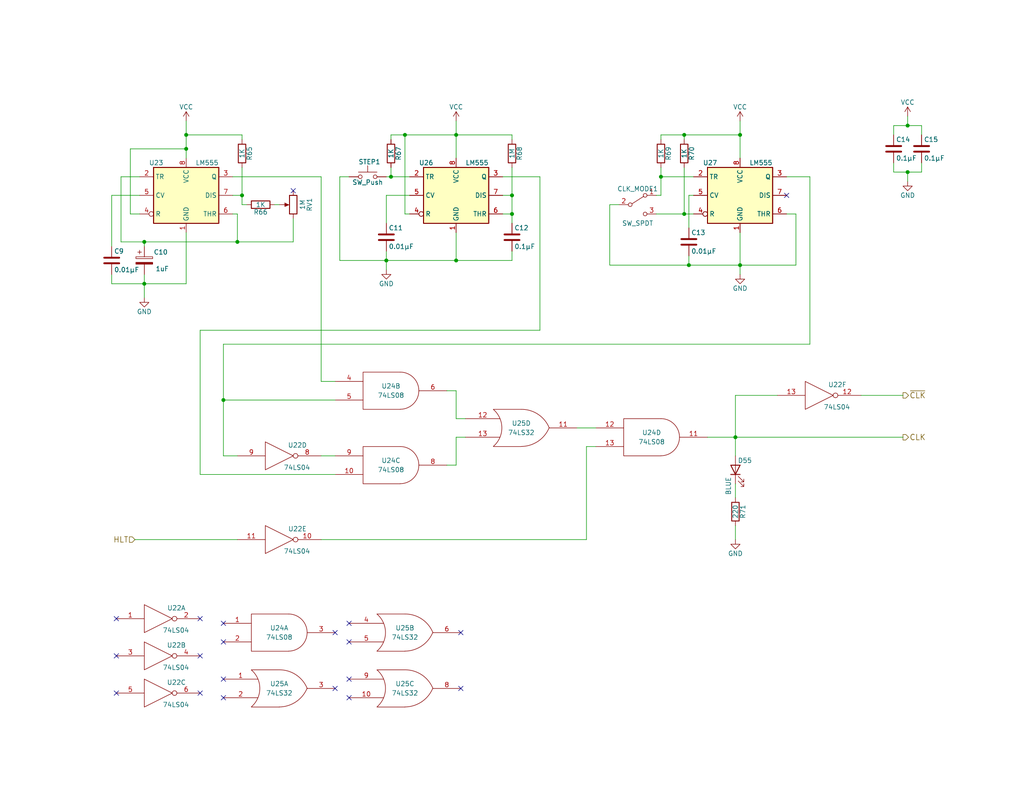
<source format=kicad_sch>
(kicad_sch (version 20211123) (generator eeschema)
  (paper "USLetter")
  (lib_symbols
    (symbol "8bit-computer:74LS04" (pin_names (offset 0.762))
      (property "Reference" "U" (at 4.953 2.921 0))
      (property "Value" "74LS04" (at 4.826 -3.175 0))
      (symbol "74LS04_0_0"
        (polyline (pts (xy -3.81 3.81) (xy -3.81 -3.81) (xy 3.81 0) (xy -3.81 3.81)))
        (pin power_in line (at -1.27 2.54 90) (length 0) hide (name "VCC") (number "14"))
        (pin power_in line (at -1.27 -2.54 90) (length 0) hide (name "GND") (number "7"))
      )
      (symbol "74LS04_1_1"
        (pin input line (at -11.43 0 0) (length 7.62) (name "~") (number "1"))
        (pin output inverted (at 11.43 0 180) (length 7.62) (name "~") (number "2"))
      )
      (symbol "74LS04_1_2"
        (pin input inverted (at -11.43 0 0) (length 7.62) (name "~") (number "1"))
        (pin output line (at 11.43 0 180) (length 7.62) (name "~") (number "2"))
      )
      (symbol "74LS04_2_1"
        (pin input line (at -11.43 0 0) (length 7.62) (name "~") (number "3"))
        (pin output inverted (at 11.43 0 180) (length 7.62) (name "~") (number "4"))
      )
      (symbol "74LS04_2_2"
        (pin input inverted (at -11.43 0 0) (length 7.62) (name "~") (number "3"))
        (pin output line (at 11.43 0 180) (length 7.62) (name "~") (number "4"))
      )
      (symbol "74LS04_3_1"
        (pin input line (at -11.43 0 0) (length 7.62) (name "~") (number "5"))
        (pin output inverted (at 11.43 0 180) (length 7.62) (name "~") (number "6"))
      )
      (symbol "74LS04_3_2"
        (pin input inverted (at -11.43 0 0) (length 7.62) (name "~") (number "5"))
        (pin output line (at 11.43 0 180) (length 7.62) (name "~") (number "6"))
      )
      (symbol "74LS04_4_1"
        (pin output inverted (at 11.43 0 180) (length 7.62) (name "~") (number "8"))
        (pin input line (at -11.43 0 0) (length 7.62) (name "~") (number "9"))
      )
      (symbol "74LS04_4_2"
        (pin output line (at 11.43 0 180) (length 7.62) (name "~") (number "8"))
        (pin input inverted (at -11.43 0 0) (length 7.62) (name "~") (number "9"))
      )
      (symbol "74LS04_5_1"
        (pin output inverted (at 11.43 0 180) (length 7.62) (name "~") (number "10"))
        (pin input line (at -11.43 0 0) (length 7.62) (name "~") (number "11"))
      )
      (symbol "74LS04_5_2"
        (pin output line (at 11.43 0 180) (length 7.62) (name "~") (number "10"))
        (pin input inverted (at -11.43 0 0) (length 7.62) (name "~") (number "11"))
      )
      (symbol "74LS04_6_1"
        (pin output inverted (at 11.43 0 180) (length 7.62) (name "~") (number "12"))
        (pin input line (at -11.43 0 0) (length 7.62) (name "~") (number "13"))
      )
      (symbol "74LS04_6_2"
        (pin output line (at 11.43 0 180) (length 7.62) (name "~") (number "12"))
        (pin input inverted (at -11.43 0 0) (length 7.62) (name "~") (number "13"))
      )
    )
    (symbol "8bit-computer:74LS08" (pin_names (offset 0.762))
      (property "Reference" "U" (at 0 1.27 0))
      (property "Value" "74LS08" (at 0 -1.27 0))
      (symbol "74LS08_0_0"
        (pin power_in line (at -5.08 5.08 90) (length 0) hide (name "VCC") (number "14"))
        (pin power_in line (at -5.08 -5.08 90) (length 0) hide (name "GND") (number "7"))
      )
      (symbol "74LS08_0_1"
        (polyline (pts (xy 2.54 5.08) (xy -7.62 5.08) (xy -7.62 -5.08) (xy 2.54 -5.08)))
        (arc (start 2.5654 -5.0546) (mid 7.5947 0.0127) (end 2.5654 5.08))
      )
      (symbol "74LS08_0_2"
        (arc (start -7.62 -5.0292) (mid -5.3094 0.0127) (end -7.62 5.0546))
        (arc (start 0 -5.0546) (mid 4.5649 -3.6437) (end 7.5946 0.0508))
        (polyline (pts (xy -7.62 -5.08) (xy 0 -5.08)))
        (polyline (pts (xy -7.62 5.08) (xy 0 5.08)))
        (arc (start 7.62 0) (mid 4.6112 3.6959) (end 0.0508 5.08))
      )
      (symbol "74LS08_1_1"
        (pin input line (at -15.24 2.54 0) (length 7.62) (name "~") (number "1"))
        (pin input line (at -15.24 -2.54 0) (length 7.62) (name "~") (number "2"))
        (pin output line (at 15.24 0 180) (length 7.62) (name "~") (number "3"))
      )
      (symbol "74LS08_1_2"
        (pin input inverted (at -15.24 2.54 0) (length 9.398) (name "~") (number "1"))
        (pin input inverted (at -15.24 -2.54 0) (length 9.398) (name "~") (number "2"))
        (pin output inverted (at 15.24 0 180) (length 7.62) (name "~") (number "3"))
      )
      (symbol "74LS08_2_1"
        (pin input line (at -15.24 2.54 0) (length 7.62) (name "~") (number "4"))
        (pin input line (at -15.24 -2.54 0) (length 7.62) (name "~") (number "5"))
        (pin output line (at 15.24 0 180) (length 7.62) (name "~") (number "6"))
      )
      (symbol "74LS08_2_2"
        (pin input inverted (at -15.24 2.54 0) (length 9.398) (name "~") (number "4"))
        (pin input inverted (at -15.24 -2.54 0) (length 9.398) (name "~") (number "5"))
        (pin output inverted (at 15.24 0 180) (length 7.62) (name "~") (number "6"))
      )
      (symbol "74LS08_3_1"
        (pin input line (at -15.24 -2.54 0) (length 7.62) (name "~") (number "10"))
        (pin output line (at 15.24 0 180) (length 7.62) (name "~") (number "8"))
        (pin input line (at -15.24 2.54 0) (length 7.62) (name "~") (number "9"))
      )
      (symbol "74LS08_3_2"
        (pin input inverted (at -15.24 -2.54 0) (length 9.398) (name "~") (number "10"))
        (pin output inverted (at 15.24 0 180) (length 7.62) (name "~") (number "8"))
        (pin input inverted (at -15.24 2.54 0) (length 9.398) (name "~") (number "9"))
      )
      (symbol "74LS08_4_1"
        (pin output line (at 15.24 0 180) (length 7.62) (name "~") (number "11"))
        (pin input line (at -15.24 2.54 0) (length 7.62) (name "~") (number "12"))
        (pin input line (at -15.24 -2.54 0) (length 7.62) (name "~") (number "13"))
      )
      (symbol "74LS08_4_2"
        (pin output inverted (at 15.24 0 180) (length 7.62) (name "~") (number "11"))
        (pin input inverted (at -15.24 2.54 0) (length 9.398) (name "~") (number "12"))
        (pin input inverted (at -15.24 -2.54 0) (length 9.398) (name "~") (number "13"))
      )
    )
    (symbol "8bit-computer:74LS32" (pin_names (offset 0.762))
      (property "Reference" "U" (at 0 1.27 0))
      (property "Value" "74LS32" (at 0 -1.27 0))
      (symbol "74LS32_0_0"
        (pin power_in line (at -5.08 5.08 90) (length 0) hide (name "VCC") (number "14"))
        (pin power_in line (at -5.08 -5.08 90) (length 0) hide (name "GND") (number "7"))
      )
      (symbol "74LS32_0_1"
        (arc (start -7.62 -5.0292) (mid -5.3094 0.0127) (end -7.62 5.0546))
        (arc (start 0 -5.0546) (mid 4.5649 -3.6437) (end 7.5946 0.0508))
        (polyline (pts (xy -7.62 -5.08) (xy 0 -5.08)))
        (polyline (pts (xy -7.62 5.08) (xy 0 5.08)))
        (arc (start 7.62 0) (mid 4.6112 3.6959) (end 0.0508 5.08))
      )
      (symbol "74LS32_0_2"
        (polyline (pts (xy 2.54 5.08) (xy -7.62 5.08) (xy -7.62 -5.08) (xy 2.54 -5.08)))
        (arc (start 2.5654 -5.0546) (mid 7.5947 0.0127) (end 2.5654 5.08))
      )
      (symbol "74LS32_1_1"
        (pin input line (at -15.24 2.54 0) (length 9.398) (name "~") (number "1"))
        (pin input line (at -15.24 -2.54 0) (length 9.398) (name "~") (number "2"))
        (pin output line (at 15.24 0 180) (length 7.62) (name "~") (number "3"))
      )
      (symbol "74LS32_1_2"
        (pin input inverted (at -15.24 2.54 0) (length 7.62) (name "~") (number "1"))
        (pin input inverted (at -15.24 -2.54 0) (length 7.62) (name "~") (number "2"))
        (pin output inverted (at 15.24 0 180) (length 7.62) (name "~") (number "3"))
      )
      (symbol "74LS32_2_1"
        (pin input line (at -15.24 2.54 0) (length 9.398) (name "~") (number "4"))
        (pin input line (at -15.24 -2.54 0) (length 9.398) (name "~") (number "5"))
        (pin output line (at 15.24 0 180) (length 7.62) (name "~") (number "6"))
      )
      (symbol "74LS32_2_2"
        (pin input inverted (at -15.24 2.54 0) (length 7.62) (name "~") (number "4"))
        (pin input inverted (at -15.24 -2.54 0) (length 7.62) (name "~") (number "5"))
        (pin output inverted (at 15.24 0 180) (length 7.62) (name "~") (number "6"))
      )
      (symbol "74LS32_3_1"
        (pin input line (at -15.24 -2.54 0) (length 9.398) (name "~") (number "10"))
        (pin output line (at 15.24 0 180) (length 7.62) (name "~") (number "8"))
        (pin input line (at -15.24 2.54 0) (length 9.398) (name "~") (number "9"))
      )
      (symbol "74LS32_3_2"
        (pin input inverted (at -15.24 -2.54 0) (length 7.62) (name "~") (number "10"))
        (pin output inverted (at 15.24 0 180) (length 7.62) (name "~") (number "8"))
        (pin input inverted (at -15.24 2.54 0) (length 7.62) (name "~") (number "9"))
      )
      (symbol "74LS32_4_1"
        (pin output line (at 15.24 0 180) (length 7.62) (name "~") (number "11"))
        (pin input line (at -15.24 2.54 0) (length 9.398) (name "~") (number "12"))
        (pin input line (at -15.24 -2.54 0) (length 9.398) (name "~") (number "13"))
      )
      (symbol "74LS32_4_2"
        (pin output inverted (at 15.24 0 180) (length 7.62) (name "~") (number "11"))
        (pin input inverted (at -15.24 2.54 0) (length 7.62) (name "~") (number "12"))
        (pin input inverted (at -15.24 -2.54 0) (length 7.62) (name "~") (number "13"))
      )
    )
    (symbol "8bit-computer:LM555"
      (property "Reference" "U" (at -10.16 8.89 0))
      (property "Value" "LM555" (at 2.54 8.89 0))
      (symbol "LM555_0_0"
        (pin power_in line (at 0 -10.16 90) (length 2.54) (name "GND") (number "1"))
        (pin power_in line (at 0 10.16 270) (length 2.54) (name "VCC") (number "8"))
      )
      (symbol "LM555_0_1"
        (rectangle (start -8.89 -7.62) (end 8.89 7.62) (stroke (width 0.254)) (fill (type background)))
        (rectangle (start -8.89 -7.62) (end 8.89 7.62) (stroke (width 0.254)) (fill (type background)))
      )
      (symbol "LM555_1_1"
        (pin input line (at -12.7 5.08 0) (length 3.81) (name "TR") (number "2"))
        (pin output line (at 12.7 5.08 180) (length 3.81) (name "Q") (number "3"))
        (pin input inverted (at -12.7 -5.08 0) (length 3.81) (name "R") (number "4"))
        (pin input line (at -12.7 0 0) (length 3.81) (name "CV") (number "5"))
        (pin input line (at 12.7 -5.08 180) (length 3.81) (name "THR") (number "6"))
        (pin input line (at 12.7 0 180) (length 3.81) (name "DIS") (number "7"))
      )
    )
    (symbol "8bit-computer:POT" (pin_numbers hide) (pin_names (offset 1.016) hide)
      (property "Reference" "RV" (at -4.445 0 90))
      (property "Value" "POT" (at -2.54 0 90))
      (symbol "POT_0_1"
        (polyline (pts (xy 2.54 0) (xy 1.524 0)))
        (polyline (pts (xy 1.143 0) (xy 2.286 0.508) (xy 2.286 -0.508)) (fill (type outline)))
        (rectangle (start 1.016 2.54) (end -1.016 -2.54) (stroke (width 0.254)))
      )
      (symbol "POT_1_1"
        (pin passive line (at 0 3.81 270) (length 1.27) (name "1") (number "1"))
        (pin passive line (at 3.81 0 180) (length 1.27) (name "2") (number "2"))
        (pin passive line (at 0 -3.81 90) (length 1.27) (name "3") (number "3"))
      )
    )
    (symbol "8bit-computer:SW_Push" (pin_numbers hide) (pin_names (offset 1.016) hide)
      (property "Reference" "SW" (at 1.27 2.54 0))
      (property "Value" "SW_Push" (at 0 -1.524 0))
      (symbol "SW_Push_0_1"
        (circle (center -2.032 0) (radius 0.508))
        (polyline (pts (xy 0 1.27) (xy 0 3.048)))
        (polyline (pts (xy 2.54 1.27) (xy -2.54 1.27)))
        (circle (center 2.032 0) (radius 0.508))
        (pin passive line (at -5.08 0 0) (length 2.54) (name "1") (number "1"))
        (pin passive line (at 5.08 0 180) (length 2.54) (name "2") (number "2"))
      )
    )
    (symbol "8bit-computer:SW_SPDT" (pin_names (offset 0) hide)
      (property "Reference" "SW" (at 0 4.318 0))
      (property "Value" "SW_SPDT" (at 0 -5.08 0))
      (symbol "SW_SPDT_0_0"
        (circle (center -2.032 0) (radius 0.508))
        (circle (center 2.032 -2.54) (radius 0.508))
      )
      (symbol "SW_SPDT_0_1"
        (polyline (pts (xy -1.524 0.254) (xy 1.651 2.286)))
        (circle (center 2.032 2.54) (radius 0.508))
      )
      (symbol "SW_SPDT_1_1"
        (pin passive line (at 5.08 2.54 180) (length 2.54) (name "A") (number "1"))
        (pin passive line (at -5.08 0 0) (length 2.54) (name "B") (number "2"))
        (pin passive line (at 5.08 -2.54 180) (length 2.54) (name "C") (number "3"))
      )
    )
    (symbol "Device:C" (pin_numbers hide) (pin_names (offset 0.254))
      (property "Reference" "C" (at 0.635 2.54 0))
      (property "Value" "C" (at 0.635 -2.54 0))
      (symbol "C_0_1"
        (polyline (pts (xy -2.032 -0.762) (xy 2.032 -0.762)) (stroke (width 0.508)))
        (polyline (pts (xy -2.032 0.762) (xy 2.032 0.762)) (stroke (width 0.508)))
      )
      (symbol "C_1_1"
        (pin passive line (at 0 3.81 270) (length 2.794) (name "~") (number "1"))
        (pin passive line (at 0 -3.81 90) (length 2.794) (name "~") (number "2"))
      )
    )
    (symbol "Device:C_Polarized" (pin_numbers hide) (pin_names (offset 0.254))
      (property "Reference" "C" (at 0.635 2.54 0))
      (property "Value" "C_Polarized" (at 0.635 -2.54 0))
      (symbol "C_Polarized_0_1"
        (rectangle (start -2.286 0.508) (end 2.286 1.016))
        (polyline (pts (xy -1.778 2.286) (xy -0.762 2.286)))
        (polyline (pts (xy -1.27 2.794) (xy -1.27 1.778)))
        (rectangle (start 2.286 -0.508) (end -2.286 -1.016) (fill (type outline)))
      )
      (symbol "C_Polarized_1_1"
        (pin passive line (at 0 3.81 270) (length 2.794) (name "~") (number "1"))
        (pin passive line (at 0 -3.81 90) (length 2.794) (name "~") (number "2"))
      )
    )
    (symbol "Device:LED" (pin_numbers hide) (pin_names (offset 1.016) hide)
      (property "Reference" "D" (at 0 2.54 0))
      (property "Value" "LED" (at 0 -2.54 0))
      (symbol "LED_0_1"
        (polyline (pts (xy -1.27 -1.27) (xy -1.27 1.27)) (stroke (width 0.254)))
        (polyline (pts (xy -1.27 0) (xy 1.27 0)))
        (polyline (pts (xy 1.27 -1.27) (xy 1.27 1.27) (xy -1.27 0) (xy 1.27 -1.27)) (stroke (width 0.254)))
        (polyline (pts (xy -3.048 -0.762) (xy -4.572 -2.286) (xy -3.81 -2.286) (xy -4.572 -2.286) (xy -4.572 -1.524)))
        (polyline (pts (xy -1.778 -0.762) (xy -3.302 -2.286) (xy -2.54 -2.286) (xy -3.302 -2.286) (xy -3.302 -1.524)))
      )
      (symbol "LED_1_1"
        (pin passive line (at -3.81 0 0) (length 2.54) (name "K") (number "1"))
        (pin passive line (at 3.81 0 180) (length 2.54) (name "A") (number "2"))
      )
    )
    (symbol "Device:R" (pin_numbers hide) (pin_names (offset 0))
      (property "Reference" "R" (at 2.032 0 90))
      (property "Value" "R" (at 0 0 90))
      (symbol "R_0_1"
        (rectangle (start -1.016 -2.54) (end 1.016 2.54) (stroke (width 0.254)))
      )
      (symbol "R_1_1"
        (pin passive line (at 0 3.81 270) (length 1.27) (name "~") (number "1"))
        (pin passive line (at 0 -3.81 90) (length 1.27) (name "~") (number "2"))
      )
    )
    (symbol "power:GND" (power) (pin_names (offset 0))
      (property "Value" "GND" (at 0 -3.81 0))
      (symbol "GND_0_1"
        (polyline (pts (xy 0 0) (xy 0 -1.27) (xy 1.27 -1.27) (xy 0 -2.54) (xy -1.27 -1.27) (xy 0 -1.27)))
      )
      (symbol "GND_1_1"
        (pin power_in line (at 0 0 270) (length 0) hide (name "GND") (number "1"))
      )
    )
    (symbol "power:VCC" (power) (pin_names (offset 0))
      (property "Value" "VCC" (at 0 3.81 0))
      (symbol "VCC_0_1"
        (polyline (pts (xy -0.762 1.27) (xy 0 2.54)))
        (polyline (pts (xy 0 0) (xy 0 2.54)))
        (polyline (pts (xy 0 2.54) (xy 0.762 1.27)))
      )
      (symbol "VCC_1_1"
        (pin power_in line (at 0 0 90) (length 0) hide (name "VCC") (number "1"))
      )
    )
  )
  (junction (at 39.37 66.04))
  (junction (at 60.96 109.22))
  (junction (at 186.69 58.42))
  (junction (at 110.49 36.83))
  (junction (at 201.93 36.83))
  (junction (at 66.04 53.34))
  (junction (at 106.68 48.26))
  (junction (at 201.93 72.39))
  (junction (at 50.8 36.83))
  (junction (at 180.34 48.26))
  (junction (at 39.37 77.47))
  (junction (at 200.66 119.38))
  (junction (at 139.7 58.42))
  (junction (at 64.77 66.04))
  (junction (at 124.46 71.12))
  (junction (at 247.65 46.99))
  (junction (at 105.41 71.12))
  (junction (at 187.96 72.39))
  (junction (at 247.65 34.29))
  (junction (at 139.7 53.34))
  (junction (at 124.46 36.83))
  (junction (at 50.8 40.64))
  (junction (at 186.69 36.83))
  (no_connect (at 91.44 172.72))
  (no_connect (at 125.73 172.72))
  (no_connect (at 60.96 170.18))
  (no_connect (at 31.75 189.23))
  (no_connect (at 60.96 175.26))
  (no_connect (at 214.63 53.34))
  (no_connect (at 54.61 179.07))
  (no_connect (at 80.01 52.07))
  (no_connect (at 95.25 170.18))
  (no_connect (at 95.25 185.42))
  (no_connect (at 60.96 185.42))
  (no_connect (at 125.73 187.96))
  (no_connect (at 54.61 168.91))
  (no_connect (at 95.25 190.5))
  (no_connect (at 31.75 168.91))
  (no_connect (at 95.25 175.26))
  (no_connect (at 91.44 187.96))
  (no_connect (at 54.61 189.23))
  (no_connect (at 60.96 190.5))
  (no_connect (at 31.75 179.07))
  (wire (pts (xy 87.63 104.14) (xy 91.44 104.14)))
  (wire (pts (xy 38.1 53.34) (xy 30.48 53.34)))
  (wire (pts (xy 201.93 72.39) (xy 217.17 72.39)))
  (wire (pts (xy 105.41 68.58) (xy 105.41 71.12)))
  (wire (pts (xy 186.69 58.42) (xy 189.23 58.42)))
  (wire (pts (xy 189.23 53.34) (xy 187.96 53.34)))
  (wire (pts (xy 60.96 93.98) (xy 60.96 109.22)))
  (wire (pts (xy 30.48 77.47) (xy 39.37 77.47)))
  (wire (pts (xy 200.66 132.08) (xy 200.66 135.89)))
  (wire (pts (xy 74.93 55.88) (xy 76.2 55.88)))
  (wire (pts (xy 147.32 90.17) (xy 54.61 90.17)))
  (wire (pts (xy 139.7 58.42) (xy 139.7 60.96)))
  (wire (pts (xy 105.41 71.12) (xy 124.46 71.12)))
  (wire (pts (xy 157.48 116.84) (xy 162.56 116.84)))
  (wire (pts (xy 200.66 107.95) (xy 200.66 119.38)))
  (wire (pts (xy 193.04 119.38) (xy 200.66 119.38)))
  (wire (pts (xy 66.04 55.88) (xy 67.31 55.88)))
  (wire (pts (xy 38.1 48.26) (xy 33.02 48.26)))
  (wire (pts (xy 110.49 58.42) (xy 111.76 58.42)))
  (wire (pts (xy 124.46 36.83) (xy 124.46 43.18)))
  (wire (pts (xy 180.34 36.83) (xy 186.69 36.83)))
  (wire (pts (xy 64.77 58.42) (xy 63.5 58.42)))
  (wire (pts (xy 180.34 48.26) (xy 180.34 53.34)))
  (wire (pts (xy 54.61 90.17) (xy 54.61 129.54)))
  (wire (pts (xy 60.96 124.46) (xy 64.77 124.46)))
  (wire (pts (xy 105.41 48.26) (xy 106.68 48.26)))
  (wire (pts (xy 124.46 33.02) (xy 124.46 36.83)))
  (wire (pts (xy 33.02 48.26) (xy 33.02 66.04)))
  (wire (pts (xy 187.96 72.39) (xy 201.93 72.39)))
  (wire (pts (xy 201.93 36.83) (xy 201.93 43.18)))
  (wire (pts (xy 124.46 106.68) (xy 124.46 114.3)))
  (wire (pts (xy 39.37 77.47) (xy 39.37 81.28)))
  (wire (pts (xy 64.77 66.04) (xy 64.77 58.42)))
  (wire (pts (xy 166.37 72.39) (xy 187.96 72.39)))
  (wire (pts (xy 201.93 63.5) (xy 201.93 72.39)))
  (wire (pts (xy 220.98 93.98) (xy 220.98 48.26)))
  (wire (pts (xy 54.61 129.54) (xy 91.44 129.54)))
  (wire (pts (xy 127 119.38) (xy 124.46 119.38)))
  (wire (pts (xy 36.83 147.32) (xy 64.77 147.32)))
  (wire (pts (xy 217.17 58.42) (xy 214.63 58.42)))
  (wire (pts (xy 200.66 119.38) (xy 246.38 119.38)))
  (wire (pts (xy 60.96 109.22) (xy 60.96 124.46)))
  (wire (pts (xy 33.02 66.04) (xy 39.37 66.04)))
  (wire (pts (xy 251.46 44.45) (xy 251.46 46.99)))
  (wire (pts (xy 124.46 119.38) (xy 124.46 127)))
  (wire (pts (xy 87.63 48.26) (xy 87.63 104.14)))
  (wire (pts (xy 87.63 147.32) (xy 160.02 147.32)))
  (wire (pts (xy 124.46 127) (xy 121.92 127)))
  (wire (pts (xy 180.34 48.26) (xy 189.23 48.26)))
  (wire (pts (xy 60.96 109.22) (xy 91.44 109.22)))
  (wire (pts (xy 160.02 147.32) (xy 160.02 121.92)))
  (wire (pts (xy 63.5 53.34) (xy 66.04 53.34)))
  (wire (pts (xy 147.32 48.26) (xy 147.32 90.17)))
  (wire (pts (xy 201.93 72.39) (xy 201.93 74.93)))
  (wire (pts (xy 186.69 38.1) (xy 186.69 36.83)))
  (wire (pts (xy 168.91 55.88) (xy 166.37 55.88)))
  (wire (pts (xy 35.56 58.42) (xy 35.56 40.64)))
  (wire (pts (xy 243.84 36.83) (xy 243.84 34.29)))
  (wire (pts (xy 110.49 36.83) (xy 124.46 36.83)))
  (wire (pts (xy 247.65 49.53) (xy 247.65 46.99)))
  (wire (pts (xy 92.71 48.26) (xy 92.71 71.12)))
  (wire (pts (xy 243.84 34.29) (xy 247.65 34.29)))
  (wire (pts (xy 139.7 36.83) (xy 139.7 38.1)))
  (wire (pts (xy 124.46 36.83) (xy 139.7 36.83)))
  (wire (pts (xy 243.84 46.99) (xy 247.65 46.99)))
  (wire (pts (xy 105.41 71.12) (xy 105.41 73.66)))
  (wire (pts (xy 50.8 77.47) (xy 50.8 63.5)))
  (wire (pts (xy 180.34 38.1) (xy 180.34 36.83)))
  (wire (pts (xy 35.56 40.64) (xy 50.8 40.64)))
  (wire (pts (xy 105.41 53.34) (xy 105.41 60.96)))
  (wire (pts (xy 251.46 34.29) (xy 251.46 36.83)))
  (wire (pts (xy 124.46 114.3) (xy 127 114.3)))
  (wire (pts (xy 30.48 53.34) (xy 30.48 67.31)))
  (wire (pts (xy 220.98 48.26) (xy 214.63 48.26)))
  (wire (pts (xy 106.68 36.83) (xy 106.68 38.1)))
  (wire (pts (xy 247.65 46.99) (xy 251.46 46.99)))
  (wire (pts (xy 110.49 58.42) (xy 110.49 36.83)))
  (wire (pts (xy 186.69 36.83) (xy 201.93 36.83)))
  (wire (pts (xy 30.48 74.93) (xy 30.48 77.47)))
  (wire (pts (xy 160.02 121.92) (xy 162.56 121.92)))
  (wire (pts (xy 201.93 33.02) (xy 201.93 36.83)))
  (wire (pts (xy 106.68 45.72) (xy 106.68 48.26)))
  (wire (pts (xy 39.37 66.04) (xy 39.37 67.31)))
  (wire (pts (xy 63.5 48.26) (xy 87.63 48.26)))
  (wire (pts (xy 139.7 58.42) (xy 137.16 58.42)))
  (wire (pts (xy 95.25 48.26) (xy 92.71 48.26)))
  (wire (pts (xy 137.16 53.34) (xy 139.7 53.34)))
  (wire (pts (xy 50.8 33.02) (xy 50.8 36.83)))
  (wire (pts (xy 247.65 34.29) (xy 247.65 31.75)))
  (wire (pts (xy 200.66 119.38) (xy 200.66 124.46)))
  (wire (pts (xy 217.17 72.39) (xy 217.17 58.42)))
  (wire (pts (xy 50.8 40.64) (xy 50.8 43.18)))
  (wire (pts (xy 38.1 58.42) (xy 35.56 58.42)))
  (wire (pts (xy 66.04 45.72) (xy 66.04 53.34)))
  (wire (pts (xy 64.77 66.04) (xy 80.01 66.04)))
  (wire (pts (xy 247.65 34.29) (xy 251.46 34.29)))
  (wire (pts (xy 106.68 36.83) (xy 110.49 36.83)))
  (wire (pts (xy 50.8 36.83) (xy 50.8 40.64)))
  (wire (pts (xy 137.16 48.26) (xy 147.32 48.26)))
  (wire (pts (xy 200.66 147.32) (xy 200.66 143.51)))
  (wire (pts (xy 200.66 107.95) (xy 212.09 107.95)))
  (wire (pts (xy 139.7 71.12) (xy 139.7 68.58)))
  (wire (pts (xy 166.37 55.88) (xy 166.37 72.39)))
  (wire (pts (xy 243.84 44.45) (xy 243.84 46.99)))
  (wire (pts (xy 111.76 53.34) (xy 105.41 53.34)))
  (wire (pts (xy 80.01 66.04) (xy 80.01 59.69)))
  (wire (pts (xy 66.04 53.34) (xy 66.04 55.88)))
  (wire (pts (xy 246.38 107.95) (xy 234.95 107.95)))
  (wire (pts (xy 124.46 71.12) (xy 124.46 63.5)))
  (wire (pts (xy 66.04 36.83) (xy 50.8 36.83)))
  (wire (pts (xy 139.7 45.72) (xy 139.7 53.34)))
  (wire (pts (xy 124.46 71.12) (xy 139.7 71.12)))
  (wire (pts (xy 92.71 71.12) (xy 105.41 71.12)))
  (wire (pts (xy 187.96 69.85) (xy 187.96 72.39)))
  (wire (pts (xy 187.96 53.34) (xy 187.96 62.23)))
  (wire (pts (xy 179.07 58.42) (xy 186.69 58.42)))
  (wire (pts (xy 60.96 93.98) (xy 220.98 93.98)))
  (wire (pts (xy 180.34 45.72) (xy 180.34 48.26)))
  (wire (pts (xy 87.63 124.46) (xy 91.44 124.46)))
  (wire (pts (xy 180.34 53.34) (xy 179.07 53.34)))
  (wire (pts (xy 106.68 48.26) (xy 111.76 48.26)))
  (wire (pts (xy 39.37 74.93) (xy 39.37 77.47)))
  (wire (pts (xy 39.37 66.04) (xy 64.77 66.04)))
  (wire (pts (xy 139.7 53.34) (xy 139.7 58.42)))
  (wire (pts (xy 186.69 45.72) (xy 186.69 58.42)))
  (wire (pts (xy 121.92 106.68) (xy 124.46 106.68)))
  (wire (pts (xy 66.04 38.1) (xy 66.04 36.83)))
  (wire (pts (xy 39.37 77.47) (xy 50.8 77.47)))
  (hierarchical_label "~{CLK}" (shape output) (at 246.38 107.95 0) (effects (font (size 1.524 1.524))))
  (hierarchical_label "HLT" (shape input) (at 36.83 147.32 180) (effects (font (size 1.524 1.524))))
  (hierarchical_label "CLK" (shape output) (at 246.38 119.38 0) (effects (font (size 1.524 1.524))))
  (symbol (lib_id "8bit-computer:LM555") (at 50.8 53.34 0) (unit 1)
    (property "Reference" "U23" (at 40.64 44.45 0) (effects (justify left)))
    (property "Value" "LM555" (at 53.34 44.45 0) (effects (justify left)))
    (property "Footprint" "Package_DIP:DIP-8_W7.62mm" (effects hide))
  )
  (symbol (lib_id "Device:R") (at 66.04 41.91 0) (unit 1)
    (property "Reference" "R65" (at 68.072 41.91 90))
    (property "Value" "1K" (at 66.04 41.91 90))
    (property "Footprint" "Resistor_THT:R_Axial_DIN0207_L6.3mm_D2.5mm_P7.62mm_Horizontal" (effects hide))
  )
  (symbol (lib_id "Device:R") (at 106.68 41.91 0) (unit 1)
    (property "Reference" "R67" (at 108.712 41.91 90))
    (property "Value" "1K" (at 106.68 41.91 90))
    (property "Footprint" "Resistor_THT:R_Axial_DIN0207_L6.3mm_D2.5mm_P7.62mm_Horizontal" (effects hide))
  )
  (symbol (lib_id "Device:R") (at 186.69 41.91 0) (unit 1)
    (property "Reference" "R70" (at 188.722 41.91 90))
    (property "Value" "1K" (at 186.69 41.91 90))
    (property "Footprint" "Resistor_THT:R_Axial_DIN0207_L6.3mm_D2.5mm_P7.62mm_Horizontal" (effects hide))
  )
  (symbol (lib_id "Device:R") (at 180.34 41.91 0) (unit 1)
    (property "Reference" "R69" (at 182.372 41.91 90))
    (property "Value" "1K" (at 180.34 41.91 90))
    (property "Footprint" "Resistor_THT:R_Axial_DIN0207_L6.3mm_D2.5mm_P7.62mm_Horizontal" (effects hide))
  )
  (symbol (lib_id "Device:R") (at 139.7 41.91 0) (unit 1)
    (property "Reference" "R68" (at 141.732 41.91 90))
    (property "Value" "1M" (at 139.7 41.91 90))
    (property "Footprint" "Resistor_THT:R_Axial_DIN0207_L6.3mm_D2.5mm_P7.62mm_Horizontal" (effects hide))
  )
  (symbol (lib_id "8bit-computer:POT") (at 80.01 55.88 180) (unit 1)
    (property "Reference" "RV1" (at 84.455 55.88 90))
    (property "Value" "1M" (at 82.55 55.88 90))
    (property "Footprint" "8bit-custom-footprints:Potentiometer-5.5mm" (effects hide))
  )
  (symbol (lib_id "Device:C") (at 30.48 71.12 0) (unit 1)
    (property "Reference" "C9" (at 31.115 68.58 0) (effects (justify left)))
    (property "Value" "0.01µF" (at 31.115 73.66 0) (effects (justify left)))
    (property "Footprint" "Capacitor_THT:C_Disc_D4.3mm_W1.9mm_P5.00mm" (effects hide))
  )
  (symbol (lib_id "Device:C") (at 105.41 64.77 0) (unit 1)
    (property "Reference" "C11" (at 106.045 62.23 0) (effects (justify left)))
    (property "Value" "0.01µF" (at 106.045 67.31 0) (effects (justify left)))
    (property "Footprint" "Capacitor_THT:C_Disc_D4.3mm_W1.9mm_P5.00mm" (effects hide))
  )
  (symbol (lib_id "Device:C") (at 187.96 66.04 0) (unit 1)
    (property "Reference" "C13" (at 188.595 63.5 0) (effects (justify left)))
    (property "Value" "0.01µF" (at 188.595 68.58 0) (effects (justify left)))
    (property "Footprint" "Capacitor_THT:C_Disc_D4.3mm_W1.9mm_P5.00mm" (effects hide))
  )
  (symbol (lib_id "Device:C") (at 139.7 64.77 0) (unit 1)
    (property "Reference" "C12" (at 140.335 62.23 0) (effects (justify left)))
    (property "Value" "0.1µF" (at 140.335 67.31 0) (effects (justify left)))
    (property "Footprint" "Capacitor_THT:C_Disc_D4.3mm_W1.9mm_P5.00mm" (effects hide))
  )
  (symbol (lib_id "Device:C") (at 251.46 40.64 0) (unit 1)
    (property "Reference" "C15" (at 252.095 38.1 0) (effects (justify left)))
    (property "Value" "0.1µF" (at 252.095 43.18 0) (effects (justify left)))
    (property "Footprint" "Capacitor_THT:C_Disc_D4.3mm_W1.9mm_P5.00mm" (effects hide))
  )
  (symbol (lib_id "8bit-computer:LM555") (at 201.93 53.34 0) (unit 1)
    (property "Reference" "U27" (at 191.77 44.45 0) (effects (justify left)))
    (property "Value" "LM555" (at 204.47 44.45 0) (effects (justify left)))
    (property "Footprint" "Package_DIP:DIP-8_W7.62mm" (effects hide))
  )
  (symbol (lib_id "8bit-computer:LM555") (at 124.46 53.34 0) (unit 1)
    (property "Reference" "U26" (at 114.3 44.45 0) (effects (justify left)))
    (property "Value" "LM555" (at 127 44.45 0) (effects (justify left)))
    (property "Footprint" "Package_DIP:DIP-8_W7.62mm" (effects hide))
  )
  (symbol (lib_id "8bit-computer:74LS04") (at 76.2 124.46 0) (unit 4)
    (property "Reference" "U22" (at 81.153 121.539 0))
    (property "Value" "74LS04" (at 81.026 127.635 0))
    (property "Footprint" "Package_DIP:DIP-14_W7.62mm" (effects hide))
  )
  (symbol (lib_id "8bit-computer:74LS08") (at 106.68 106.68 0) (unit 2)
    (property "Reference" "U24" (at 106.68 105.41 0))
    (property "Value" "74LS08" (at 106.68 107.95 0))
    (property "Footprint" "Package_DIP:DIP-14_W7.62mm" (effects hide))
  )
  (symbol (lib_id "8bit-computer:74LS32") (at 142.24 116.84 0) (unit 4)
    (property "Reference" "U25" (at 142.24 115.57 0))
    (property "Value" "74LS32" (at 142.24 118.11 0))
    (property "Footprint" "Package_DIP:DIP-14_W7.62mm" (effects hide))
  )
  (symbol (lib_id "8bit-computer:SW_SPDT") (at 173.99 55.88 0) (unit 1)
    (property "Reference" "CLK_MODE1" (at 173.99 51.562 0))
    (property "Value" "SW_SPDT" (at 173.99 60.96 0))
    (property "Footprint" "8bit-custom-footprints:DPDT-pushbutton" (effects hide))
  )
  (symbol (lib_id "8bit-computer:SW_Push") (at 100.33 48.26 0) (unit 1)
    (property "Reference" "STEP1" (at 97.79 44.196 0) (effects (justify left)))
    (property "Value" "SW_Push" (at 100.33 49.784 0))
    (property "Footprint" "Button_Switch_THT:SW_PUSH_6mm_H5mm" (effects hide))
  )
  (symbol (lib_id "Device:R") (at 200.66 139.7 0) (unit 1)
    (property "Reference" "R71" (at 202.692 139.7 90))
    (property "Value" "220" (at 200.66 139.7 90))
    (property "Footprint" "Resistor_THT:R_Axial_DIN0207_L6.3mm_D2.5mm_P7.62mm_Horizontal" (effects hide))
  )
  (symbol (lib_id "power:GND") (at 39.37 81.28 0) (unit 1)
    (property "Reference" "#PWR042" (effects hide))
    (property "Value" "GND" (at 39.37 85.09 0))
  )
  (symbol (lib_id "power:GND") (at 105.41 73.66 0) (unit 1)
    (property "Reference" "#PWR044" (effects hide))
    (property "Value" "GND" (at 105.41 77.47 0))
  )
  (symbol (lib_id "power:GND") (at 201.93 74.93 0) (unit 1)
    (property "Reference" "#PWR048" (effects hide))
    (property "Value" "GND" (at 201.93 78.74 0))
  )
  (symbol (lib_id "8bit-computer:74LS08") (at 106.68 127 0) (unit 3)
    (property "Reference" "U24" (at 106.68 125.73 0))
    (property "Value" "74LS08" (at 106.68 128.27 0))
    (property "Footprint" "Package_DIP:DIP-14_W7.62mm" (effects hide))
  )
  (symbol (lib_id "8bit-computer:74LS08") (at 177.8 119.38 0) (unit 4)
    (property "Reference" "U24" (at 177.8 118.11 0))
    (property "Value" "74LS08" (at 177.8 120.65 0))
    (property "Footprint" "Package_DIP:DIP-14_W7.62mm" (effects hide))
  )
  (symbol (lib_id "8bit-computer:74LS04") (at 76.2 147.32 0) (unit 5)
    (property "Reference" "U22" (at 81.153 144.399 0))
    (property "Value" "74LS04" (at 81.026 150.495 0))
    (property "Footprint" "Package_DIP:DIP-14_W7.62mm" (effects hide))
  )
  (symbol (lib_id "8bit-computer:74LS04") (at 223.52 107.95 0) (unit 6)
    (property "Reference" "U22" (at 228.473 105.029 0))
    (property "Value" "74LS04" (at 228.346 111.125 0))
    (property "Footprint" "Package_DIP:DIP-14_W7.62mm" (effects hide))
  )
  (symbol (lib_id "power:GND") (at 200.66 147.32 0) (unit 1)
    (property "Reference" "#PWR046" (effects hide))
    (property "Value" "GND" (at 200.66 151.13 0))
  )
  (symbol (lib_id "power:GND") (at 247.65 49.53 0) (unit 1)
    (property "Reference" "#PWR050" (effects hide))
    (property "Value" "GND" (at 247.65 53.34 0))
  )
  (symbol (lib_id "8bit-computer:74LS04") (at 43.18 168.91 0) (unit 1)
    (property "Reference" "U22" (at 48.133 165.989 0))
    (property "Value" "74LS04" (at 48.006 172.085 0))
    (property "Footprint" "Package_DIP:DIP-14_W7.62mm" (effects hide))
  )
  (symbol (lib_id "8bit-computer:74LS04") (at 43.18 179.07 0) (unit 2)
    (property "Reference" "U22" (at 48.133 176.149 0))
    (property "Value" "74LS04" (at 48.006 182.245 0))
    (property "Footprint" "Package_DIP:DIP-14_W7.62mm" (effects hide))
  )
  (symbol (lib_id "8bit-computer:74LS04") (at 43.18 189.23 0) (unit 3)
    (property "Reference" "U22" (at 48.133 186.309 0))
    (property "Value" "74LS04" (at 48.006 192.405 0))
    (property "Footprint" "Package_DIP:DIP-14_W7.62mm" (effects hide))
  )
  (symbol (lib_id "8bit-computer:74LS08") (at 76.2 172.72 0) (unit 1)
    (property "Reference" "U24" (at 76.2 171.45 0))
    (property "Value" "74LS08" (at 76.2 173.99 0))
    (property "Footprint" "Package_DIP:DIP-14_W7.62mm" (effects hide))
  )
  (symbol (lib_id "8bit-computer:74LS32") (at 76.2 187.96 0) (unit 1)
    (property "Reference" "U25" (at 76.2 186.69 0))
    (property "Value" "74LS32" (at 76.2 189.23 0))
    (property "Footprint" "Package_DIP:DIP-14_W7.62mm" (effects hide))
  )
  (symbol (lib_id "8bit-computer:74LS32") (at 110.49 172.72 0) (unit 2)
    (property "Reference" "U25" (at 110.49 171.45 0))
    (property "Value" "74LS32" (at 110.49 173.99 0))
    (property "Footprint" "Package_DIP:DIP-14_W7.62mm" (effects hide))
  )
  (symbol (lib_id "8bit-computer:74LS32") (at 110.49 187.96 0) (unit 3)
    (property "Reference" "U25" (at 110.49 186.69 0))
    (property "Value" "74LS32" (at 110.49 189.23 0))
    (property "Footprint" "Package_DIP:DIP-14_W7.62mm" (effects hide))
  )
  (symbol (lib_id "power:VCC") (at 50.8 33.02 0) (unit 1)
    (property "Reference" "#PWR043" (effects hide))
    (property "Value" "VCC" (at 50.8 29.21 0))
  )
  (symbol (lib_id "power:VCC") (at 124.46 33.02 0) (unit 1)
    (property "Reference" "#PWR045" (effects hide))
    (property "Value" "VCC" (at 124.46 29.21 0))
  )
  (symbol (lib_id "power:VCC") (at 201.93 33.02 0) (unit 1)
    (property "Reference" "#PWR047" (effects hide))
    (property "Value" "VCC" (at 201.93 29.21 0))
  )
  (symbol (lib_id "power:VCC") (at 247.65 31.75 0) (unit 1)
    (property "Reference" "#PWR049" (effects hide))
    (property "Value" "VCC" (at 247.65 27.94 0))
  )
  (symbol (lib_id "Device:R") (at 71.12 55.88 270) (unit 1)
    (property "Reference" "R66" (at 71.12 57.912 90))
    (property "Value" "1K" (at 71.12 55.88 90))
    (property "Footprint" "Resistor_THT:R_Axial_DIN0207_L6.3mm_D2.5mm_P7.62mm_Horizontal" (effects hide))
  )
  (symbol (lib_id "Device:C") (at 243.84 40.64 0) (unit 1)
    (property "Reference" "C14" (at 244.475 38.1 0) (effects (justify left)))
    (property "Value" "0.1µF" (at 244.475 43.18 0) (effects (justify left)))
    (property "Footprint" "Capacitor_THT:C_Disc_D4.3mm_W1.9mm_P5.00mm" (effects hide))
  )
  (symbol (lib_id "Device:LED") (at 200.66 128.27 90) (unit 1)
    (property "Reference" "D55" (at 201.295 125.73 90) (effects (justify right)))
    (property "Value" "BLUE" (at 198.755 130.175 0) (effects (justify right)))
  )
  (symbol (lib_id "Device:C_Polarized") (at 39.37 71.12 0) (unit 1)
    (property "Reference" "C10" (at 41.91 68.834 0) (effects (justify left)))
    (property "Value" "1uF" (at 42.418 73.406 0) (effects (justify left)))
  )
)
</source>
